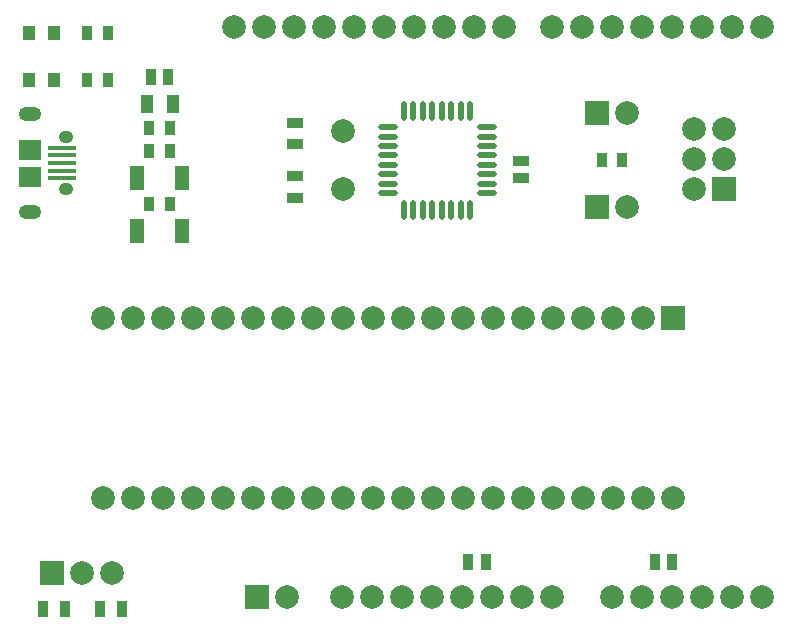
<source format=gbr>
%TF.GenerationSoftware,Altium Limited,Altium Designer,20.2.6 (244)*%
G04 Layer_Color=255*
%FSLAX26Y26*%
%MOIN*%
%TF.SameCoordinates,5A7C1849-F1A5-4743-A48D-7E663CB7BB3B*%
%TF.FilePolarity,Positive*%
%TF.FileFunction,Pads,Top*%
%TF.Part,Single*%
G01*
G75*
%TA.AperFunction,SMDPad,CuDef*%
%ADD10O,0.021654X0.064961*%
%ADD11O,0.064961X0.021654*%
%ADD12R,0.037402X0.055118*%
%ADD13R,0.053150X0.037402*%
%ADD14R,0.055118X0.037402*%
%ADD15R,0.037402X0.053150*%
%TA.AperFunction,ConnectorPad*%
%ADD16R,0.098000X0.015748*%
%ADD17R,0.074803X0.070866*%
%TA.AperFunction,SMDPad,CuDef*%
%ADD18R,0.039370X0.059055*%
%ADD19R,0.031752X0.051505*%
%ADD20R,0.049213X0.078740*%
%ADD21R,0.043307X0.047244*%
%TA.AperFunction,ComponentPad*%
%ADD30R,0.078740X0.078740*%
%ADD31C,0.078740*%
%ADD32R,0.078740X0.078740*%
%ADD33O,0.049213X0.041339*%
%ADD34O,0.074803X0.047244*%
D10*
X1307087Y1720473D02*
D03*
X1338583D02*
D03*
X1370079D02*
D03*
X1401575D02*
D03*
X1433071D02*
D03*
X1464567D02*
D03*
X1496063D02*
D03*
X1527559D02*
D03*
Y1389764D02*
D03*
X1496063D02*
D03*
X1464567D02*
D03*
X1433071D02*
D03*
X1401575D02*
D03*
X1370079D02*
D03*
X1338583D02*
D03*
X1307087D02*
D03*
D11*
X1582677Y1665354D02*
D03*
Y1633858D02*
D03*
Y1602362D02*
D03*
Y1570866D02*
D03*
Y1539370D02*
D03*
Y1507874D02*
D03*
Y1476378D02*
D03*
Y1444882D02*
D03*
X1251968D02*
D03*
Y1476378D02*
D03*
Y1507874D02*
D03*
Y1539370D02*
D03*
Y1570866D02*
D03*
Y1602362D02*
D03*
Y1633858D02*
D03*
Y1665354D02*
D03*
D12*
X366417Y60000D02*
D03*
X293583D02*
D03*
X176417D02*
D03*
X103583D02*
D03*
D13*
X1696968Y1553150D02*
D03*
Y1494094D02*
D03*
D14*
X944882Y1607284D02*
D03*
Y1680118D02*
D03*
Y1502953D02*
D03*
Y1430118D02*
D03*
D15*
X2142441Y216535D02*
D03*
X2201496D02*
D03*
X1579528D02*
D03*
X1520472D02*
D03*
X462598Y1830709D02*
D03*
X521654D02*
D03*
D16*
X165945Y1519685D02*
D03*
Y1545275D02*
D03*
Y1494094D02*
D03*
Y1570866D02*
D03*
Y1596457D02*
D03*
D17*
X60630Y1590551D02*
D03*
Y1500000D02*
D03*
D18*
X535433Y1742126D02*
D03*
X448819D02*
D03*
D19*
X525624Y1663386D02*
D03*
X458628D02*
D03*
X525624Y1584646D02*
D03*
X458628D02*
D03*
X525624Y1407480D02*
D03*
X458628D02*
D03*
X2033498Y1555118D02*
D03*
X1966502D02*
D03*
X251935Y1820866D02*
D03*
X318931D02*
D03*
X251935Y1978347D02*
D03*
X318931D02*
D03*
D20*
X565945Y1318898D02*
D03*
X418307D02*
D03*
X565945Y1496063D02*
D03*
X418307D02*
D03*
D21*
X57087Y1820866D02*
D03*
X139764D02*
D03*
X57087Y1978347D02*
D03*
X139764D02*
D03*
D30*
X816142Y100000D02*
D03*
X1950000Y1397638D02*
D03*
Y1712598D02*
D03*
X135000Y180000D02*
D03*
D31*
X916142Y100000D02*
D03*
X2101968Y1028347D02*
D03*
X2001968D02*
D03*
X1901968D02*
D03*
X1801968D02*
D03*
X1701968D02*
D03*
X1601968D02*
D03*
X1501968D02*
D03*
X1401968D02*
D03*
X1301968D02*
D03*
X1201968D02*
D03*
X1101968D02*
D03*
X1001968D02*
D03*
X901968D02*
D03*
X801968D02*
D03*
X701968D02*
D03*
X601968D02*
D03*
X501969D02*
D03*
X401969D02*
D03*
X301969D02*
D03*
X2201968Y428346D02*
D03*
X2101968D02*
D03*
X2001968D02*
D03*
X1901968D02*
D03*
X1801968D02*
D03*
X1701968D02*
D03*
X1601968D02*
D03*
X1501968D02*
D03*
X1401968D02*
D03*
X1301968D02*
D03*
X1201968D02*
D03*
X1101968D02*
D03*
X1001968D02*
D03*
X901968D02*
D03*
X801968D02*
D03*
X701968D02*
D03*
X601968D02*
D03*
X501969D02*
D03*
X401969D02*
D03*
X301969D02*
D03*
X940000Y2000000D02*
D03*
X1040000D02*
D03*
X1240000D02*
D03*
X1440000D02*
D03*
X1640000D02*
D03*
X1540000D02*
D03*
X1340000D02*
D03*
X1140000D02*
D03*
X840000D02*
D03*
X740000D02*
D03*
X1800000D02*
D03*
X1900000D02*
D03*
X2100000D02*
D03*
X2500000D02*
D03*
X2000000D02*
D03*
X2200000D02*
D03*
X2300000D02*
D03*
X2400000D02*
D03*
X2000000Y100000D02*
D03*
X2100000D02*
D03*
X2300000D02*
D03*
X2500000D02*
D03*
X2400000D02*
D03*
X2200000D02*
D03*
X1300000D02*
D03*
X1800000D02*
D03*
X1400000D02*
D03*
X1200000D02*
D03*
X1100000D02*
D03*
X1500000D02*
D03*
X1600000D02*
D03*
X1700000D02*
D03*
X1102362Y1651181D02*
D03*
Y1459055D02*
D03*
X2050000Y1397638D02*
D03*
Y1712598D02*
D03*
X335000Y180000D02*
D03*
X235000D02*
D03*
X2272835Y1457480D02*
D03*
X2372835Y1557480D02*
D03*
Y1657480D02*
D03*
X2272835Y1557480D02*
D03*
Y1657480D02*
D03*
D32*
X2201968Y1028347D02*
D03*
X2372835Y1457480D02*
D03*
D33*
X178740Y1632874D02*
D03*
Y1457677D02*
D03*
D34*
X60630Y1380905D02*
D03*
Y1709646D02*
D03*
%TF.MD5,954840509320ecf74778c7743c9d04be*%
M02*

</source>
